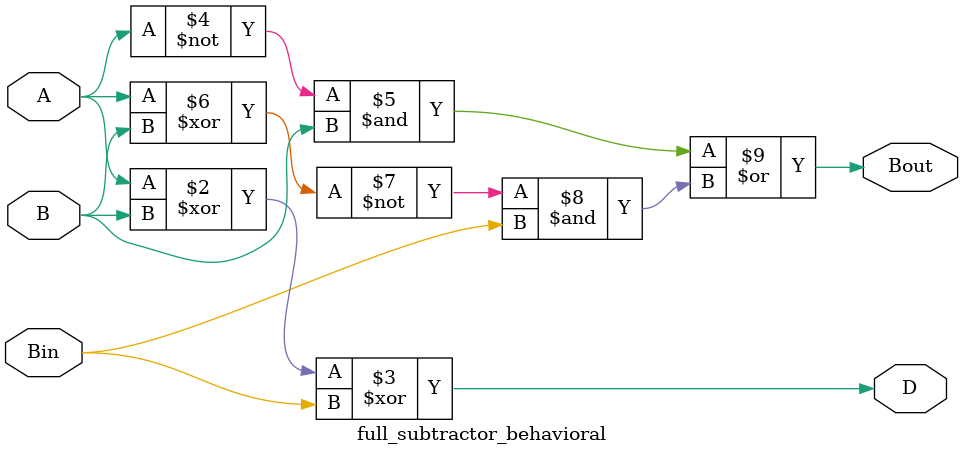
<source format=sv>
`timescale 1ns / 1ps
module full_subtractor_behavioral(
    input logic A, B, Bin,
    output logic D, Bout
);
    always @(A,B,Bin) begin
        D <= A^B^Bin;
        Bout <= (~A&B) | (~(A^B)&Bin);
    end
endmodule


</source>
